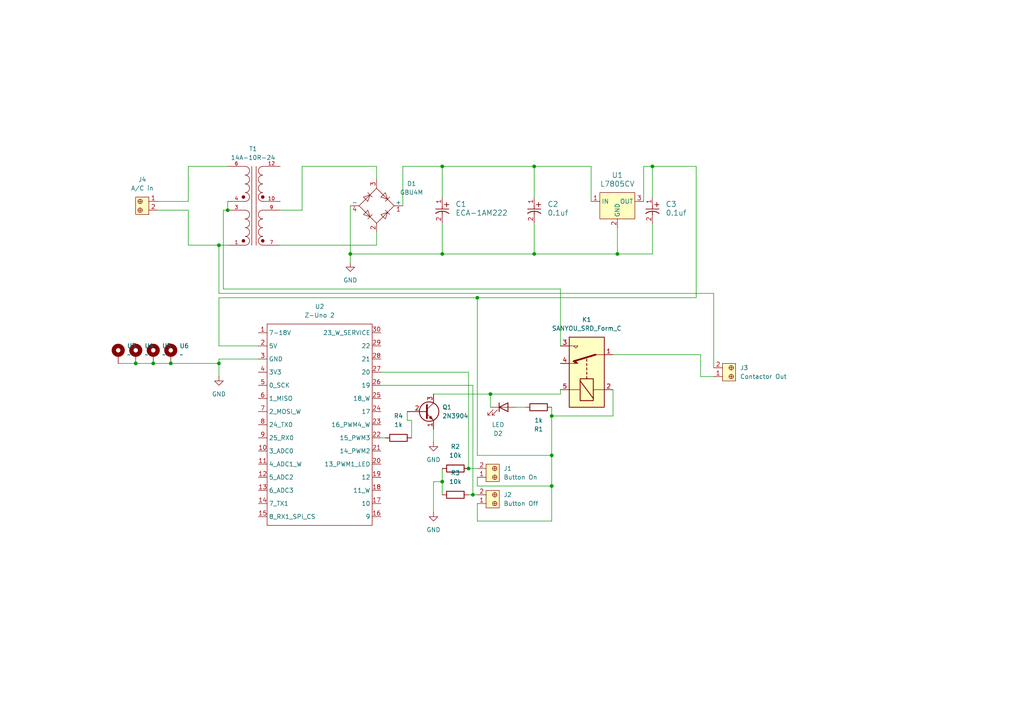
<source format=kicad_sch>
(kicad_sch (version 20231120) (generator "eeschema") (generator_version "8.0")
  (paper "A4")
  (lib_symbols
    (symbol "14A-10R-24:14A-10R-24" (pin_names (offset 1.016))
      (property "Reference" "T" (at -5.0839 11.4379 0))
      (property "Value" "14A-10R-24" (at -5.0814 -13.9727 0))
      (symbol "14A-10R-24_0_0"
        (circle (center -3.048 -11.43) (radius 0.254) (stroke (width 0.508)))
        (circle (center -3.048 1.27) (radius 0.254) (stroke (width 0.508)))
        (arc (start -2.54 -12.7) (mid -1.2755 -11.43) (end -2.54 -10.16) (stroke (width 0.1524)))
        (arc (start -2.54 -10.16) (mid -1.2755 -8.89) (end -2.54 -7.62) (stroke (width 0.1524)))
        (arc (start -2.54 -7.62) (mid -1.2755 -6.35) (end -2.54 -5.08) (stroke (width 0.1524)))
        (arc (start -2.54 -5.08) (mid -1.2755 -3.81) (end -2.54 -2.54) (stroke (width 0.1524)))
        (arc (start -2.54 0) (mid -1.2755 1.27) (end -2.54 2.54) (stroke (width 0.1524)))
        (arc (start -2.54 2.54) (mid -1.2755 3.81) (end -2.54 5.08) (stroke (width 0.1524)))
        (arc (start -2.54 5.08) (mid -1.2755 6.35) (end -2.54 7.62) (stroke (width 0.1524)))
        (arc (start -2.54 7.62) (mid -1.2755 8.89) (end -2.54 10.16) (stroke (width 0.1524)))
        (polyline (pts (xy -0.635 10.16) (xy -0.635 -12.7)) (stroke (width 0.1524)))
        (polyline (pts (xy 0.635 10.16) (xy 0.635 -12.7)) (stroke (width 0.1524)))
        (circle (center 2.54 -11.43) (radius 0.254) (stroke (width 0.508)))
        (arc (start 2.54 -10.16) (mid 1.2755 -11.43) (end 2.54 -12.7) (stroke (width 0.1524)))
        (arc (start 2.54 -7.62) (mid 1.2755 -8.89) (end 2.54 -10.16) (stroke (width 0.1524)))
        (arc (start 2.54 -5.08) (mid 1.2755 -6.35) (end 2.54 -7.62) (stroke (width 0.1524)))
        (arc (start 2.54 -2.54) (mid 1.2755 -3.81) (end 2.54 -5.08) (stroke (width 0.1524)))
        (circle (center 2.54 1.27) (radius 0.254) (stroke (width 0.508)))
        (arc (start 2.54 2.54) (mid 1.2755 1.27) (end 2.54 0) (stroke (width 0.1524)))
        (arc (start 2.54 5.08) (mid 1.2755 3.81) (end 2.54 2.54) (stroke (width 0.1524)))
        (arc (start 2.54 7.62) (mid 1.2755 6.35) (end 2.54 5.08) (stroke (width 0.1524)))
        (arc (start 2.54 10.16) (mid 1.2755 8.89) (end 2.54 7.62) (stroke (width 0.1524)))
        (pin passive line (at -7.62 -12.7 0) (length 5.08) (name "~") (number "1"))
        (pin passive line (at 7.62 0 180) (length 5.08) (name "~") (number "10"))
        (pin passive line (at 7.62 10.16 180) (length 5.08) (name "~") (number "12"))
        (pin passive line (at -7.62 -2.54 0) (length 5.08) (name "~") (number "3"))
        (pin passive line (at -7.62 0 0) (length 5.08) (name "~") (number "4"))
        (pin passive line (at -7.62 10.16 0) (length 5.08) (name "~") (number "6"))
        (pin passive line (at 7.62 -12.7 180) (length 5.08) (name "~") (number "7"))
        (pin passive line (at 7.62 -2.54 180) (length 5.08) (name "~") (number "9"))
      )
    )
    (symbol "C322C104M5U5TA:C322C104M5U5TA" (pin_names (offset 0.254))
      (property "Reference" "C" (at 3.81 3.81 0))
      (property "Value" "C322C104M5U5TA" (at 3.81 -3.81 0))
      (symbol "C322C104M5U5TA_1_1"
        (polyline (pts (xy 1.5748 1.27) (xy 2.8448 1.27)) (stroke (width 0.2032)))
        (polyline (pts (xy 2.2098 0.635) (xy 2.2098 1.905)) (stroke (width 0.2032)))
        (polyline (pts (xy 2.54 0) (xy 3.4798 0)) (stroke (width 0.2032)))
        (polyline (pts (xy 3.4798 -1.905) (xy 3.4798 1.905)) (stroke (width 0.2032)))
        (polyline (pts (xy 4.1148 0) (xy 5.08 0)) (stroke (width 0.2032)))
        (arc (start 4.7541 1.9108) (mid 4.1148 0) (end 4.7541 -1.9108) (stroke (width 0.254)))
        (pin unspecified line (at 0 0 0) (length 2.54) (name "") (number "1"))
        (pin unspecified line (at 7.62 0 180) (length 2.54) (name "") (number "2"))
      )
      (symbol "C322C104M5U5TA_1_2"
        (polyline (pts (xy -1.905 -3.4798) (xy 1.905 -3.4798)) (stroke (width 0.2032)))
        (polyline (pts (xy 0 -4.1148) (xy 0 -5.08)) (stroke (width 0.2032)))
        (polyline (pts (xy 0 -2.54) (xy 0 -3.4798)) (stroke (width 0.2032)))
        (polyline (pts (xy 0.635 -2.2098) (xy 1.905 -2.2098)) (stroke (width 0.2032)))
        (polyline (pts (xy 1.27 -1.5748) (xy 1.27 -2.8448)) (stroke (width 0.2032)))
        (arc (start 1.9108 -4.7541) (mid 0 -4.1148) (end -1.9108 -4.7541) (stroke (width 0.254)))
        (pin unspecified line (at 0 -7.62 90) (length 2.54) (name "") (number "1"))
        (pin unspecified line (at 0 0 270) (length 2.54) (name "") (number "2"))
      )
    )
    (symbol "Device:LED" (pin_numbers hide) (pin_names (offset 1.016) hide)
      (property "Reference" "D" (at 0 2.54 0))
      (property "Value" "LED" (at 0 -2.54 0))
      (symbol "LED_0_1"
        (polyline (pts (xy -1.27 -1.27) (xy -1.27 1.27)) (stroke (width 0.254)))
        (polyline (pts (xy -1.27 0) (xy 1.27 0)))
        (polyline (pts (xy 1.27 -1.27) (xy 1.27 1.27) (xy -1.27 0) (xy 1.27 -1.27)) (stroke (width 0.254)))
        (polyline (pts (xy -3.048 -0.762) (xy -4.572 -2.286) (xy -3.81 -2.286) (xy -4.572 -2.286) (xy -4.572 -1.524)))
        (polyline (pts (xy -1.778 -0.762) (xy -3.302 -2.286) (xy -2.54 -2.286) (xy -3.302 -2.286) (xy -3.302 -1.524)))
      )
      (symbol "LED_1_1"
        (pin passive line (at -3.81 0 0) (length 2.54) (name "K") (number "1"))
        (pin passive line (at 3.81 0 180) (length 2.54) (name "A") (number "2"))
      )
    )
    (symbol "Device:R" (pin_numbers hide) (pin_names (offset 0))
      (property "Reference" "R" (at 2.032 0 90))
      (property "Value" "R" (at 0 0 90))
      (symbol "R_0_1"
        (rectangle (start -1.016 -2.54) (end 1.016 2.54) (stroke (width 0.254)))
      )
      (symbol "R_1_1"
        (pin passive line (at 0 3.81 270) (length 1.27) (name "~") (number "1"))
        (pin passive line (at 0 -3.81 90) (length 1.27) (name "~") (number "2"))
      )
    )
    (symbol "Diode_Bridge:GBU4M" (pin_names (offset 0))
      (property "Reference" "D" (at 2.54 6.985 0))
      (property "Value" "GBU4M" (at 2.54 5.08 0))
      (symbol "GBU4M_0_1"
        (polyline (pts (xy -2.54 3.81) (xy -1.27 2.54)))
        (polyline (pts (xy -1.27 -2.54) (xy -2.54 -3.81)))
        (polyline (pts (xy 2.54 -1.27) (xy 3.81 -2.54)))
        (polyline (pts (xy 2.54 1.27) (xy 3.81 2.54)))
        (polyline (pts (xy -3.81 2.54) (xy -2.54 1.27) (xy -1.905 3.175) (xy -3.81 2.54)))
        (polyline (pts (xy -2.54 -1.27) (xy -3.81 -2.54) (xy -1.905 -3.175) (xy -2.54 -1.27)))
        (polyline (pts (xy 1.27 2.54) (xy 2.54 3.81) (xy 3.175 1.905) (xy 1.27 2.54)))
        (polyline (pts (xy 3.175 -1.905) (xy 1.27 -2.54) (xy 2.54 -3.81) (xy 3.175 -1.905)))
        (polyline (pts (xy -5.08 0) (xy 0 -5.08) (xy 5.08 0) (xy 0 5.08) (xy -5.08 0)))
      )
      (symbol "GBU4M_1_1"
        (pin passive line (at 7.62 0 180) (length 2.54) (name "+") (number "1"))
        (pin passive line (at 0 -7.62 90) (length 2.54) (name "~") (number "2"))
        (pin passive line (at 0 7.62 270) (length 2.54) (name "~") (number "3"))
        (pin passive line (at -7.62 0 0) (length 2.54) (name "-") (number "4"))
      )
    )
    (symbol "ECA_1AM222:ECA-1AM222" (pin_names (offset 0.254))
      (property "Reference" "C" (at 3.81 3.81 0))
      (property "Value" "ECA-1AM222" (at 3.81 -3.81 0))
      (symbol "ECA-1AM222_1_1"
        (polyline (pts (xy 1.5748 1.27) (xy 2.8448 1.27)) (stroke (width 0.2032)))
        (polyline (pts (xy 2.2098 0.635) (xy 2.2098 1.905)) (stroke (width 0.2032)))
        (polyline (pts (xy 2.54 0) (xy 3.4798 0)) (stroke (width 0.2032)))
        (polyline (pts (xy 3.4798 -1.905) (xy 3.4798 1.905)) (stroke (width 0.2032)))
        (polyline (pts (xy 4.1148 0) (xy 5.08 0)) (stroke (width 0.2032)))
        (arc (start 4.7541 1.9108) (mid 4.1148 0) (end 4.7541 -1.9108) (stroke (width 0.254)))
        (pin unspecified line (at 0 0 0) (length 2.54) (name "") (number "1"))
        (pin unspecified line (at 7.62 0 180) (length 2.54) (name "") (number "2"))
      )
      (symbol "ECA-1AM222_1_2"
        (polyline (pts (xy -1.905 -3.4798) (xy 1.905 -3.4798)) (stroke (width 0.2032)))
        (polyline (pts (xy 0 -4.1148) (xy 0 -5.08)) (stroke (width 0.2032)))
        (polyline (pts (xy 0 -2.54) (xy 0 -3.4798)) (stroke (width 0.2032)))
        (polyline (pts (xy 0.635 -2.2098) (xy 1.905 -2.2098)) (stroke (width 0.2032)))
        (polyline (pts (xy 1.27 -1.5748) (xy 1.27 -2.8448)) (stroke (width 0.2032)))
        (arc (start 1.9108 -4.7541) (mid 0 -4.1148) (end -1.9108 -4.7541) (stroke (width 0.254)))
        (pin unspecified line (at 0 0 270) (length 2.54) (name "1") (number "1"))
        (pin unspecified line (at 0 -7.62 90) (length 2.54) (name "2") (number "2"))
      )
    )
    (symbol "Mechanical:MountingHole_Pad" (pin_numbers hide) (pin_names (offset 1.016) hide) (exclude_from_sim yes) (in_bom no)
      (property "Reference" "H" (at 0 6.35 0))
      (property "Value" "MountingHole_Pad" (at 0 4.445 0))
      (symbol "MountingHole_Pad_0_1"
        (circle (center 0 1.27) (radius 1.27) (stroke (width 1.27)))
      )
      (symbol "MountingHole_Pad_1_1"
        (pin input line (at 0 -2.54 90) (length 2.54) (name "1") (number "1"))
      )
    )
    (symbol "PCM_Z-Uno:Z-Uno 2"
      (property "Reference" "U" (at 0 33.02 0))
      (property "Value" "Z-Uno 2" (at 0 30.48 0))
      (symbol "Z-Uno 2_0_1"
        (rectangle (start -15.24 29.21) (end 15.24 -29.21))
      )
      (symbol "Z-Uno 2_1_1"
        (pin passive line (at -17.78 26.67 0) (length 2.54) (name "7-18V") (number "1"))
        (pin bidirectional line (at -17.78 -7.62 0) (length 2.54) (name "3_ADC0") (number "10"))
        (pin bidirectional line (at -17.78 -11.43 0) (length 2.54) (name "4_ADC1_W") (number "11"))
        (pin bidirectional line (at -17.78 -15.24 0) (length 2.54) (name "5_ADC2") (number "12"))
        (pin bidirectional line (at -17.78 -19.05 0) (length 2.54) (name "6_ADC3") (number "13"))
        (pin bidirectional line (at -17.78 -22.86 0) (length 2.54) (name "7_TX1") (number "14"))
        (pin bidirectional line (at -17.78 -26.67 0) (length 2.54) (name "8_RX1_SPI_CS") (number "15"))
        (pin bidirectional line (at 17.78 -26.67 180) (length 2.54) (name "9") (number "16"))
        (pin bidirectional line (at 17.78 -22.86 180) (length 2.54) (name "10") (number "17"))
        (pin bidirectional line (at 17.78 -19.05 180) (length 2.54) (name "11_W") (number "18"))
        (pin bidirectional line (at 17.78 -15.24 180) (length 2.54) (name "12") (number "19"))
        (pin passive line (at -17.78 22.86 0) (length 2.54) (name "5V") (number "2"))
        (pin bidirectional line (at 17.78 -11.43 180) (length 2.54) (name "13_PWM1_LED") (number "20"))
        (pin bidirectional line (at 17.78 -7.62 180) (length 2.54) (name "14_PWM2") (number "21"))
        (pin bidirectional line (at 17.78 -3.81 180) (length 2.54) (name "15_PWM3") (number "22"))
        (pin bidirectional line (at 17.78 0 180) (length 2.54) (name "16_PWM4_W") (number "23"))
        (pin bidirectional line (at 17.78 3.81 180) (length 2.54) (name "17") (number "24"))
        (pin bidirectional line (at 17.78 7.62 180) (length 2.54) (name "18_W") (number "25"))
        (pin bidirectional line (at 17.78 11.43 180) (length 2.54) (name "19") (number "26"))
        (pin bidirectional line (at 17.78 15.24 180) (length 2.54) (name "20") (number "27"))
        (pin bidirectional line (at 17.78 19.05 180) (length 2.54) (name "21") (number "28"))
        (pin bidirectional line (at 17.78 22.86 180) (length 2.54) (name "22") (number "29"))
        (pin passive line (at -17.78 19.05 0) (length 2.54) (name "GND") (number "3"))
        (pin bidirectional line (at 17.78 26.67 180) (length 2.54) (name "23_W_SERVICE") (number "30"))
        (pin passive line (at -17.78 15.24 0) (length 2.54) (name "3V3") (number "4"))
        (pin bidirectional line (at -17.78 11.43 0) (length 2.54) (name "0_SCK") (number "5"))
        (pin bidirectional line (at -17.78 7.62 0) (length 2.54) (name "1_MISO") (number "6"))
        (pin bidirectional line (at -17.78 3.81 0) (length 2.54) (name "2_MOSI_W") (number "7"))
        (pin bidirectional line (at -17.78 0 0) (length 2.54) (name "24_TX0") (number "8"))
        (pin bidirectional line (at -17.78 -3.81 0) (length 2.54) (name "25_RX0") (number "9"))
      )
    )
    (symbol "Relay:SANYOU_SRD_Form_C"
      (property "Reference" "K" (at 11.43 3.81 0))
      (property "Value" "SANYOU_SRD_Form_C" (at 11.43 1.27 0))
      (symbol "SANYOU_SRD_Form_C_0_0"
        (polyline (pts (xy 7.62 5.08) (xy 7.62 2.54) (xy 6.985 3.175) (xy 7.62 3.81)))
      )
      (symbol "SANYOU_SRD_Form_C_0_1"
        (rectangle (start -10.16 5.08) (end 10.16 -5.08) (stroke (width 0.254)) (fill (type background)))
        (rectangle (start -8.255 1.905) (end -1.905 -1.905) (stroke (width 0.254)))
        (polyline (pts (xy -7.62 -1.905) (xy -2.54 1.905)) (stroke (width 0.254)))
        (polyline (pts (xy -5.08 -5.08) (xy -5.08 -1.905)))
        (polyline (pts (xy -5.08 5.08) (xy -5.08 1.905)))
        (polyline (pts (xy -1.905 0) (xy -1.27 0)) (stroke (width 0.254)))
        (polyline (pts (xy -0.635 0) (xy 0 0)) (stroke (width 0.254)))
        (polyline (pts (xy 0.635 0) (xy 1.27 0)) (stroke (width 0.254)))
        (polyline (pts (xy 1.905 0) (xy 2.54 0)) (stroke (width 0.254)))
        (polyline (pts (xy 3.175 0) (xy 3.81 0)) (stroke (width 0.254)))
        (polyline (pts (xy 5.08 -2.54) (xy 3.175 3.81)) (stroke (width 0.508)))
        (polyline (pts (xy 5.08 -2.54) (xy 5.08 -5.08)))
      )
      (symbol "SANYOU_SRD_Form_C_1_1"
        (polyline (pts (xy 2.54 3.81) (xy 3.175 3.175) (xy 2.54 2.54) (xy 2.54 5.08)) (fill (type outline)))
        (pin passive line (at 5.08 -7.62 90) (length 2.54) (name "~") (number "1"))
        (pin passive line (at -5.08 -7.62 90) (length 2.54) (name "~") (number "2"))
        (pin passive line (at 7.62 7.62 270) (length 2.54) (name "~") (number "3"))
        (pin passive line (at 2.54 7.62 270) (length 2.54) (name "~") (number "4"))
        (pin passive line (at -5.08 7.62 270) (length 2.54) (name "~") (number "5"))
      )
    )
    (symbol "Transistor_BJT:2N3904" (pin_names (offset 0) hide)
      (property "Reference" "Q" (at 5.08 1.905 0))
      (property "Value" "2N3904" (at 5.08 0 0))
      (symbol "2N3904_0_1"
        (polyline (pts (xy 0.635 0.635) (xy 2.54 2.54)))
        (polyline (pts (xy 0.635 -0.635) (xy 2.54 -2.54) (xy 2.54 -2.54)))
        (polyline (pts (xy 0.635 1.905) (xy 0.635 -1.905) (xy 0.635 -1.905)) (stroke (width 0.508)))
        (polyline (pts (xy 1.27 -1.778) (xy 1.778 -1.27) (xy 2.286 -2.286) (xy 1.27 -1.778) (xy 1.27 -1.778)) (fill (type outline)))
        (circle (center 1.27 0) (radius 2.8194) (stroke (width 0.254)))
      )
      (symbol "2N3904_1_1"
        (pin passive line (at 2.54 -5.08 90) (length 2.54) (name "E") (number "1"))
        (pin passive line (at -5.08 0 0) (length 5.715) (name "B") (number "2"))
        (pin passive line (at 2.54 5.08 270) (length 2.54) (name "C") (number "3"))
      )
    )
    (symbol "dk_PMIC-Voltage-Regulators-Linear:L7805CV"
      (property "Reference" "U" (at 0 3.81 0))
      (property "Value" "L7805CV" (at 0 6.35 0))
      (symbol "L7805CV_1_1"
        (rectangle (start -5.08 2.54) (end 5.08 -5.08) (fill (type background)))
        (pin power_in line (at -7.62 0 0) (length 2.54) (name "IN") (number "1"))
        (pin power_in line (at 0 -7.62 90) (length 2.54) (name "GND") (number "2"))
        (pin power_out line (at 7.62 0 180) (length 2.54) (name "OUT") (number "3"))
      )
    )
    (symbol "dk_Terminal-Blocks-Wire-to-Board:1935161" (pin_names (offset 1.016))
      (property "Reference" "J" (at -1.27 5.08 0))
      (property "Value" "1935161" (at 1.27 -2.54 0))
      (symbol "1935161_0_1"
        (rectangle (start -1.27 2.54) (end 3.81 -1.27) (fill (type background)))
        (polyline (pts (xy 0 0.635) (xy 0 -0.635)))
        (polyline (pts (xy 0.635 0) (xy -0.635 0)))
        (polyline (pts (xy 1.905 0) (xy 3.175 0)))
        (polyline (pts (xy 2.54 0.635) (xy 2.54 -0.635)))
        (circle (center 0 0) (radius 0.635))
        (circle (center 2.54 0) (radius 0.635))
      )
      (symbol "1935161_1_1"
        (pin passive line (at 0 5.08 270) (length 2.54) (name "~") (number "1"))
        (pin passive line (at 2.54 5.08 270) (length 2.54) (name "~") (number "2"))
      )
    )
    (symbol "power:GND" (power) (pin_numbers hide) (pin_names (offset 0) hide)
      (property "Value" "GND" (at 0 -3.81 0))
      (symbol "GND_0_1"
        (polyline (pts (xy 0 0) (xy 0 -1.27) (xy 1.27 -1.27) (xy 0 -2.54) (xy -1.27 -1.27) (xy 0 -1.27)))
      )
      (symbol "GND_1_1"
        (pin power_in line (at 0 0 270) (length 0) (name "~") (number "1"))
      )
    )
  )
  (junction (at 39.37 105.41))
  (junction (at 101.6 73.66))
  (junction (at 179.07 73.66))
  (junction (at 128.27 48.26))
  (junction (at 135.89 135.89))
  (junction (at 128.27 73.66))
  (junction (at 44.45 105.41))
  (junction (at 154.94 48.26))
  (junction (at 154.94 73.66))
  (junction (at 128.27 139.7))
  (junction (at 160.02 140.97))
  (junction (at 137.16 143.51))
  (junction (at 142.24 114.3))
  (junction (at 63.5 105.41))
  (junction (at 49.53 105.41))
  (junction (at 189.23 48.26))
  (junction (at 160.02 132.08))
  (junction (at 63.5 71.12))
  (junction (at 66.04 60.96))
  (junction (at 160.02 120.65))
  (junction (at 138.43 86.36))
  (wire (pts (xy 177.8 120.65) (xy 177.8 113.03)))
  (wire (pts (xy 54.61 71.12) (xy 54.61 60.96)))
  (wire (pts (xy 160.02 120.65) (xy 177.8 120.65)))
  (wire (pts (xy 154.94 48.26) (xy 171.45 48.26)))
  (wire (pts (xy 81.28 71.12) (xy 109.22 71.12)))
  (wire (pts (xy 54.61 60.96) (xy 45.72 60.96)))
  (wire (pts (xy 179.07 66.04) (xy 179.07 73.66)))
  (wire (pts (xy 39.37 105.41) (xy 44.45 105.41)))
  (wire (pts (xy 162.56 114.3) (xy 162.56 113.03)))
  (wire (pts (xy 152.4 118.11) (xy 149.86 118.11)))
  (wire (pts (xy 116.84 48.26) (xy 128.27 48.26)))
  (wire (pts (xy 186.69 48.26) (xy 186.69 58.42)))
  (wire (pts (xy 142.24 114.3) (xy 142.24 118.11)))
  (wire (pts (xy 189.23 48.26) (xy 201.93 48.26)))
  (wire (pts (xy 179.07 73.66) (xy 189.23 73.66)))
  (wire (pts (xy 201.93 86.36) (xy 201.93 48.26)))
  (wire (pts (xy 64.77 60.96) (xy 64.77 83.82)))
  (wire (pts (xy 118.11 119.38) (xy 118.11 121.92)))
  (wire (pts (xy 160.02 132.08) (xy 138.43 132.08)))
  (wire (pts (xy 87.63 60.96) (xy 87.63 48.26)))
  (wire (pts (xy 162.56 83.82) (xy 162.56 100.33)))
  (wire (pts (xy 54.61 71.12) (xy 63.5 71.12)))
  (wire (pts (xy 63.5 86.36) (xy 63.5 100.33)))
  (wire (pts (xy 135.89 135.89) (xy 138.43 135.89)))
  (wire (pts (xy 138.43 138.43) (xy 138.43 140.97)))
  (wire (pts (xy 207.01 85.09) (xy 63.5 85.09)))
  (wire (pts (xy 63.5 71.12) (xy 66.04 71.12)))
  (wire (pts (xy 74.93 104.14) (xy 63.5 104.14)))
  (wire (pts (xy 128.27 64.77) (xy 128.27 73.66)))
  (wire (pts (xy 160.02 118.11) (xy 160.02 120.65)))
  (wire (pts (xy 138.43 86.36) (xy 138.43 132.08)))
  (wire (pts (xy 189.23 73.66) (xy 189.23 64.77)))
  (wire (pts (xy 203.2 109.22) (xy 203.2 102.87)))
  (wire (pts (xy 137.16 111.76) (xy 137.16 143.51)))
  (wire (pts (xy 44.45 105.41) (xy 49.53 105.41)))
  (wire (pts (xy 109.22 48.26) (xy 109.22 52.07)))
  (wire (pts (xy 207.01 106.68) (xy 207.01 85.09)))
  (wire (pts (xy 54.61 48.26) (xy 54.61 58.42)))
  (wire (pts (xy 66.04 48.26) (xy 54.61 48.26)))
  (wire (pts (xy 101.6 73.66) (xy 101.6 76.2)))
  (wire (pts (xy 49.53 105.41) (xy 63.5 105.41)))
  (wire (pts (xy 63.5 85.09) (xy 63.5 71.12)))
  (wire (pts (xy 128.27 48.26) (xy 128.27 57.15)))
  (wire (pts (xy 101.6 73.66) (xy 128.27 73.66)))
  (wire (pts (xy 135.89 107.95) (xy 135.89 135.89)))
  (wire (pts (xy 137.16 111.76) (xy 110.49 111.76)))
  (wire (pts (xy 154.94 48.26) (xy 154.94 57.15)))
  (wire (pts (xy 63.5 105.41) (xy 63.5 109.22)))
  (wire (pts (xy 189.23 57.15) (xy 189.23 48.26)))
  (wire (pts (xy 109.22 67.31) (xy 109.22 71.12)))
  (wire (pts (xy 189.23 48.26) (xy 186.69 48.26)))
  (wire (pts (xy 135.89 143.51) (xy 137.16 143.51)))
  (wire (pts (xy 34.29 105.41) (xy 39.37 105.41)))
  (wire (pts (xy 128.27 73.66) (xy 154.94 73.66)))
  (wire (pts (xy 203.2 102.87) (xy 177.8 102.87)))
  (wire (pts (xy 138.43 140.97) (xy 160.02 140.97)))
  (wire (pts (xy 160.02 140.97) (xy 160.02 151.13)))
  (wire (pts (xy 138.43 146.05) (xy 138.43 151.13)))
  (wire (pts (xy 66.04 60.96) (xy 64.77 60.96)))
  (wire (pts (xy 119.38 121.92) (xy 118.11 121.92)))
  (wire (pts (xy 54.61 58.42) (xy 45.72 58.42)))
  (wire (pts (xy 154.94 64.77) (xy 154.94 73.66)))
  (wire (pts (xy 125.73 139.7) (xy 125.73 148.59)))
  (wire (pts (xy 128.27 48.26) (xy 154.94 48.26)))
  (wire (pts (xy 171.45 48.26) (xy 171.45 58.42)))
  (wire (pts (xy 119.38 127) (xy 119.38 121.92)))
  (wire (pts (xy 81.28 60.96) (xy 87.63 60.96)))
  (wire (pts (xy 63.5 104.14) (xy 63.5 105.41)))
  (wire (pts (xy 116.84 59.69) (xy 116.84 48.26)))
  (wire (pts (xy 125.73 124.46) (xy 125.73 128.27)))
  (wire (pts (xy 128.27 139.7) (xy 125.73 139.7)))
  (wire (pts (xy 66.04 58.42) (xy 66.04 60.96)))
  (wire (pts (xy 128.27 139.7) (xy 128.27 143.51)))
  (wire (pts (xy 63.5 100.33) (xy 74.93 100.33)))
  (wire (pts (xy 101.6 59.69) (xy 101.6 73.66)))
  (wire (pts (xy 64.77 83.82) (xy 162.56 83.82)))
  (wire (pts (xy 142.24 114.3) (xy 162.56 114.3)))
  (wire (pts (xy 128.27 135.89) (xy 128.27 139.7)))
  (wire (pts (xy 63.5 86.36) (xy 138.43 86.36)))
  (wire (pts (xy 160.02 132.08) (xy 160.02 140.97)))
  (wire (pts (xy 138.43 86.36) (xy 201.93 86.36)))
  (wire (pts (xy 87.63 48.26) (xy 109.22 48.26)))
  (wire (pts (xy 125.73 114.3) (xy 142.24 114.3)))
  (wire (pts (xy 138.43 151.13) (xy 160.02 151.13)))
  (wire (pts (xy 160.02 120.65) (xy 160.02 132.08)))
  (wire (pts (xy 203.2 109.22) (xy 207.01 109.22)))
  (wire (pts (xy 137.16 143.51) (xy 138.43 143.51)))
  (wire (pts (xy 110.49 107.95) (xy 135.89 107.95)))
  (wire (pts (xy 154.94 73.66) (xy 179.07 73.66)))
  (wire (pts (xy 110.49 127) (xy 111.76 127)))
  (symbol (lib_id "C322C104M5U5TA:C322C104M5U5TA") (at 154.94 57.15 270) (unit 1)
    (property "Reference" "C2" (at 158.75 59.2073 90) (effects (font (size 1.524 1.524)) (justify left)))
    (property "Value" "0.1uf" (at 158.75 61.7473 90) (effects (font (size 1.524 1.524)) (justify left)))
    (property "Footprint" "CAP_C322_KEM" (effects (hide yes)))
    (property "Datasheet" "C322C104M5U5TA" (effects (hide yes)))
  )
  (symbol (lib_id "dk_PMIC-Voltage-Regulators-Linear:L7805CV") (at 179.07 58.42 0) (unit 1)
    (property "Reference" "U1" (at 179.07 50.8 0) (effects (font (size 1.524 1.524))))
    (property "Value" "L7805CV" (at 179.07 53.34 0) (effects (font (size 1.524 1.524))))
    (property "Footprint" "digikey-footprints:TO-220-3" (effects (hide yes)))
    (property "Datasheet" "http://www.st.com/content/ccc/resource/technical/document/datasheet/41/4f/b3/b0/12/d4/47/88/CD00000444.pdf/files/CD00000444.pdf/jcr:content/translations/en.CD00000444.pdf" (effects (hide yes)))
    (property "Description" "IC REG LINEAR 5V 1.5A TO220AB" (effects (hide yes)))
    (property "Digi-Key_PN" "497-1443-5-ND" (effects (hide yes)))
    (property "MPN" "L7805CV" (effects (hide yes)))
    (property "Category" "Integrated Circuits (ICs)" (effects (hide yes)))
    (property "Family" "PMIC - Voltage Regulators - Linear" (effects (hide yes)))
    (property "DK_Datasheet_Link" "http://www.st.com/content/ccc/resource/technical/document/datasheet/41/4f/b3/b0/12/d4/47/88/CD00000444.pdf/files/CD00000444.pdf/jcr:content/translations/en.CD00000444.pdf" (effects (hide yes)))
    (property "DK_Detail_Page" "/product-detail/en/stmicroelectronics/L7805CV/497-1443-5-ND/585964" (effects (hide yes)))
    (property "Description_1" "IC REG LINEAR 5V 1.5A TO220AB" (effects (hide yes)))
    (property "Manufacturer" "STMicroelectronics" (effects (hide yes)))
    (property "Status" "Active" (effects (hide yes)))
  )
  (symbol (lib_id "Mechanical:MountingHole_Pad") (at 44.45 102.87 0) (unit 1) (exclude_from_sim yes) (in_bom no)
    (property "Reference" "U5" (at 46.99 100.3299 0) (effects (justify left)))
    (property "Value" "~" (at 46.99 102.8699 0) (effects (justify left)))
    (property "Footprint" "MountingHole:MountingHole_3.2mm_M3_ISO7380_Pad_TopBottom" (effects (hide yes)))
    (property "Description" "Mounting Hole with connection" (effects (hide yes)))
  )
  (symbol (lib_id "power:GND") (at 125.73 148.59 0) (unit 1)
    (property "Reference" "#PWR01" (effects (hide yes)))
    (property "Value" "GND" (at 125.73 153.67 0))
    (property "Description" "Power symbol creates a global label with name \"GND\" , ground" (effects (hide yes)))
  )
  (symbol (lib_id "power:GND") (at 63.5 109.22 0) (unit 1)
    (property "Reference" "#PWR04" (effects (hide yes)))
    (property "Value" "GND" (at 63.5 114.3 0))
    (property "Description" "Power symbol creates a global label with name \"GND\" , ground" (effects (hide yes)))
  )
  (symbol (lib_id "dk_Terminal-Blocks-Wire-to-Board:1935161") (at 143.51 138.43 90) (unit 1)
    (property "Reference" "J1" (at 146.05 135.8899 90) (effects (justify right)))
    (property "Value" "Button On" (at 146.05 138.4299 90) (effects (justify right)))
    (property "Footprint" "digikey-footprints:Terminal_Block_D1.3mm_P5mm" (effects (hide yes)))
    (property "Datasheet" "https://media.digikey.com/pdf/Data%20Sheets/Phoenix%20Contact%20PDFs/1935161.pdf" (effects (hide yes)))
    (property "Description" "TERM BLK 2POS SIDE ENTRY 5MM PCB" (effects (hide yes)))
    (property "Digi-Key_PN" "277-1667-ND" (effects (hide yes)))
    (property "MPN" "1935161" (effects (hide yes)))
    (property "Category" "Connectors, Interconnects" (effects (hide yes)))
    (property "Family" "Terminal Blocks - Wire to Board" (effects (hide yes)))
    (property "DK_Datasheet_Link" "https://media.digikey.com/pdf/Data%20Sheets/Phoenix%20Contact%20PDFs/1935161.pdf" (effects (hide yes)))
    (property "DK_Detail_Page" "/product-detail/en/phoenix-contact/1935161/277-1667-ND/568614" (effects (hide yes)))
    (property "Description_1" "TERM BLK 2POS SIDE ENTRY 5MM PCB" (effects (hide yes)))
    (property "Manufacturer" "Phoenix Contact" (effects (hide yes)))
    (property "Status" "Active" (effects (hide yes)))
  )
  (symbol (lib_id "Diode_Bridge:GBU4M") (at 109.22 59.69 0) (unit 1)
    (property "Reference" "D1" (at 119.38 53.2698 0))
    (property "Value" "GBU4M" (at 119.38 55.8098 0))
    (property "Footprint" "Diode_THT:Diode_Bridge_Vishay_GBU" (effects (hide yes)))
    (property "Datasheet" "http://www.vishay.com/docs/88656/gbu4a.pdf" (effects (hide yes)))
    (property "Description" "Single-Phase Bridge Rectifier, 700V Vrms, 4.0A If, GBU package" (effects (hide yes)))
  )
  (symbol (lib_id "ECA_1AM222:ECA-1AM222") (at 128.27 57.15 270) (unit 1)
    (property "Reference" "C1" (at 132.08 59.2073 90) (effects (font (size 1.524 1.524)) (justify left)))
    (property "Value" "ECA-1AM222" (at 132.08 61.7473 90) (effects (font (size 1.524 1.524)) (justify left)))
    (property "Footprint" "footprints:PCAP_10x20_PAN" (effects (hide yes)))
    (property "Datasheet" "ECA-1AM222" (effects (hide yes)))
  )
  (symbol (lib_id "dk_Terminal-Blocks-Wire-to-Board:1935161") (at 143.51 146.05 90) (unit 1)
    (property "Reference" "J2" (at 146.05 143.5099 90) (effects (justify right)))
    (property "Value" "Button Off" (at 146.05 146.0499 90) (effects (justify right)))
    (property "Footprint" "digikey-footprints:Terminal_Block_D1.3mm_P5mm" (effects (hide yes)))
    (property "Datasheet" "https://media.digikey.com/pdf/Data%20Sheets/Phoenix%20Contact%20PDFs/1935161.pdf" (effects (hide yes)))
    (property "Description" "TERM BLK 2POS SIDE ENTRY 5MM PCB" (effects (hide yes)))
    (property "Digi-Key_PN" "277-1667-ND" (effects (hide yes)))
    (property "MPN" "1935161" (effects (hide yes)))
    (property "Category" "Connectors, Interconnects" (effects (hide yes)))
    (property "Family" "Terminal Blocks - Wire to Board" (effects (hide yes)))
    (property "DK_Datasheet_Link" "https://media.digikey.com/pdf/Data%20Sheets/Phoenix%20Contact%20PDFs/1935161.pdf" (effects (hide yes)))
    (property "DK_Detail_Page" "/product-detail/en/phoenix-contact/1935161/277-1667-ND/568614" (effects (hide yes)))
    (property "Description_1" "TERM BLK 2POS SIDE ENTRY 5MM PCB" (effects (hide yes)))
    (property "Manufacturer" "Phoenix Contact" (effects (hide yes)))
    (property "Status" "Active" (effects (hide yes)))
  )
  (symbol (lib_id "Transistor_BJT:2N3904") (at 123.19 119.38 0) (unit 1)
    (property "Reference" "Q1" (at 128.27 118.1099 0) (effects (justify left)))
    (property "Value" "2N3904" (at 128.27 120.6499 0) (effects (justify left)))
    (property "Footprint" "Package_TO_SOT_THT:TO-92_Inline" (effects (hide yes)))
    (property "Datasheet" "https://www.onsemi.com/pub/Collateral/2N3903-D.PDF" (effects (hide yes)))
    (property "Description" "0.2A Ic, 40V Vce, Small Signal NPN Transistor, TO-92" (effects (hide yes)))
  )
  (symbol (lib_id "Mechanical:MountingHole_Pad") (at 39.37 102.87 0) (unit 1) (exclude_from_sim yes) (in_bom no)
    (property "Reference" "U4" (at 41.91 100.3299 0) (effects (justify left)))
    (property "Value" "~" (at 41.91 102.8699 0) (effects (justify left)))
    (property "Footprint" "MountingHole:MountingHole_3.2mm_M3_ISO7380_Pad_TopBottom" (effects (hide yes)))
    (property "Description" "Mounting Hole with connection" (effects (hide yes)))
  )
  (symbol (lib_id "power:GND") (at 101.6 76.2 0) (unit 1)
    (property "Reference" "#PWR03" (effects (hide yes)))
    (property "Value" "GND" (at 101.6 81.28 0))
    (property "Description" "Power symbol creates a global label with name \"GND\" , ground" (effects (hide yes)))
  )
  (symbol (lib_id "Device:R") (at 156.21 118.11 270) (unit 1)
    (property "Reference" "R1" (at 156.21 124.46 90))
    (property "Value" "1k" (at 156.21 121.92 90))
    (property "Footprint" "Resistor_THT:R_Axial_DIN0414_L11.9mm_D4.5mm_P20.32mm_Horizontal" (effects (hide yes)))
    (property "Description" "Resistor" (effects (hide yes)))
  )
  (symbol (lib_id "dk_Terminal-Blocks-Wire-to-Board:1935161") (at 212.09 109.22 90) (unit 1)
    (property "Reference" "J3" (at 214.63 106.6799 90) (effects (justify right)))
    (property "Value" "Contactor Out" (at 214.63 109.2199 90) (effects (justify right)))
    (property "Footprint" "digikey-footprints:Terminal_Block_D1.3mm_P5mm" (effects (hide yes)))
    (property "Datasheet" "https://media.digikey.com/pdf/Data%20Sheets/Phoenix%20Contact%20PDFs/1935161.pdf" (effects (hide yes)))
    (property "Description" "TERM BLK 2POS SIDE ENTRY 5MM PCB" (effects (hide yes)))
    (property "Digi-Key_PN" "277-1667-ND" (effects (hide yes)))
    (property "MPN" "1935161" (effects (hide yes)))
    (property "Category" "Connectors, Interconnects" (effects (hide yes)))
    (property "Family" "Terminal Blocks - Wire to Board" (effects (hide yes)))
    (property "DK_Datasheet_Link" "https://media.digikey.com/pdf/Data%20Sheets/Phoenix%20Contact%20PDFs/1935161.pdf" (effects (hide yes)))
    (property "DK_Detail_Page" "/product-detail/en/phoenix-contact/1935161/277-1667-ND/568614" (effects (hide yes)))
    (property "Description_1" "TERM BLK 2POS SIDE ENTRY 5MM PCB" (effects (hide yes)))
    (property "Manufacturer" "Phoenix Contact" (effects (hide yes)))
    (property "Status" "Active" (effects (hide yes)))
  )
  (symbol (lib_id "Device:LED") (at 146.05 118.11 0) (unit 1)
    (property "Reference" "D2" (at 144.4625 125.73 0))
    (property "Value" "LED" (at 144.4625 123.19 0))
    (property "Footprint" "LED_THT:LED_D3.0mm" (effects (hide yes)))
    (property "Description" "Light emitting diode" (effects (hide yes)))
  )
  (symbol (lib_id "Device:R") (at 132.08 143.51 90) (unit 1)
    (property "Reference" "R3" (at 132.08 137.16 90))
    (property "Value" "10k" (at 132.08 139.7 90))
    (property "Footprint" "Resistor_THT:R_Axial_DIN0414_L11.9mm_D4.5mm_P20.32mm_Horizontal" (effects (hide yes)))
    (property "Description" "Resistor" (effects (hide yes)))
  )
  (symbol (lib_id "Relay:SANYOU_SRD_Form_C") (at 170.18 107.95 90) (unit 1)
    (property "Reference" "K1" (at 170.18 92.71 90))
    (property "Value" "SANYOU_SRD_Form_C" (at 170.18 95.25 90))
    (property "Footprint" "Relay_THT:Relay_SPDT_SANYOU_SRD_Series_Form_C" (effects (hide yes)))
    (property "Datasheet" "http://www.sanyourelay.ca/public/products/pdf/SRD.pdf" (effects (hide yes)))
    (property "Description" "Sanyo SRD relay, Single Pole Miniature Power Relay," (effects (hide yes)))
  )
  (symbol (lib_id "power:GND") (at 125.73 128.27 0) (unit 1)
    (property "Reference" "#PWR02" (effects (hide yes)))
    (property "Value" "GND" (at 125.73 133.35 0))
    (property "Description" "Power symbol creates a global label with name \"GND\" , ground" (effects (hide yes)))
  )
  (symbol (lib_id "Device:R") (at 132.08 135.89 90) (unit 1)
    (property "Reference" "R2" (at 132.08 129.54 90))
    (property "Value" "10k" (at 132.08 132.08 90))
    (property "Footprint" "Resistor_THT:R_Axial_DIN0414_L11.9mm_D4.5mm_P20.32mm_Horizontal" (effects (hide yes)))
    (property "Description" "Resistor" (effects (hide yes)))
  )
  (symbol (lib_id "14A-10R-24:14A-10R-24") (at 73.66 58.42 0) (unit 1)
    (property "Reference" "T1" (at 73.406 43.18 0))
    (property "Value" "14A-10R-24" (at 73.406 45.72 0))
    (property "Footprint" "footprints:XFMR_14A-10R-24" (effects (hide yes)))
    (property "PARTREV" "12.19" (effects (hide yes)))
    (property "STANDARD" "Manufacturer Recommendations" (effects (hide yes)))
    (property "MAXIMUM_PACKAGE_HEIGHT" "34.9mm" (effects (hide yes)))
    (property "MANUFACTURER" "Signal" (effects (hide yes)))
  )
  (symbol (lib_id "dk_Terminal-Blocks-Wire-to-Board:1935161") (at 40.64 58.42 270) (unit 1)
    (property "Reference" "J4" (at 41.275 52.07 90))
    (property "Value" "A/C in" (at 41.275 54.61 90))
    (property "Footprint" "digikey-footprints:Terminal_Block_D1.3mm_P5mm" (effects (hide yes)))
    (property "Datasheet" "https://media.digikey.com/pdf/Data%20Sheets/Phoenix%20Contact%20PDFs/1935161.pdf" (effects (hide yes)))
    (property "Description" "TERM BLK 2POS SIDE ENTRY 5MM PCB" (effects (hide yes)))
    (property "Digi-Key_PN" "277-1667-ND" (effects (hide yes)))
    (property "MPN" "1935161" (effects (hide yes)))
    (property "Category" "Connectors, Interconnects" (effects (hide yes)))
    (property "Family" "Terminal Blocks - Wire to Board" (effects (hide yes)))
    (property "DK_Datasheet_Link" "https://media.digikey.com/pdf/Data%20Sheets/Phoenix%20Contact%20PDFs/1935161.pdf" (effects (hide yes)))
    (property "DK_Detail_Page" "/product-detail/en/phoenix-contact/1935161/277-1667-ND/568614" (effects (hide yes)))
    (property "Description_1" "TERM BLK 2POS SIDE ENTRY 5MM PCB" (effects (hide yes)))
    (property "Manufacturer" "Phoenix Contact" (effects (hide yes)))
    (property "Status" "Active" (effects (hide yes)))
  )
  (symbol (lib_id "Device:R") (at 115.57 127 90) (unit 1)
    (property "Reference" "R4" (at 115.57 120.65 90))
    (property "Value" "1k" (at 115.57 123.19 90))
    (property "Footprint" "Resistor_THT:R_Axial_DIN0414_L11.9mm_D4.5mm_P20.32mm_Horizontal" (effects (hide yes)))
    (property "Description" "Resistor" (effects (hide yes)))
  )
  (symbol (lib_id "Mechanical:MountingHole_Pad") (at 34.29 102.87 0) (unit 1) (exclude_from_sim yes) (in_bom no)
    (property "Reference" "U3" (at 36.83 100.3299 0) (effects (justify left)))
    (property "Value" "~" (at 36.83 102.8699 0) (effects (justify left)))
    (property "Footprint" "MountingHole:MountingHole_3.2mm_M3_ISO7380_Pad_TopBottom" (effects (hide yes)))
    (property "Description" "Mounting Hole with connection" (effects (hide yes)))
  )
  (symbol (lib_id "Mechanical:MountingHole_Pad") (at 49.53 102.87 0) (unit 1) (exclude_from_sim yes) (in_bom no)
    (property "Reference" "U6" (at 52.07 100.3299 0) (effects (justify left)))
    (property "Value" "~" (at 52.07 102.8699 0) (effects (justify left)))
    (property "Footprint" "MountingHole:MountingHole_3.2mm_M3_ISO7380_Pad_TopBottom" (effects (hide yes)))
    (property "Description" "Mounting Hole with connection" (effects (hide yes)))
  )
  (symbol (lib_id "PCM_Z-Uno:Z-Uno 2") (at 92.71 123.19 0) (unit 1)
    (property "Reference" "U2" (at 92.71 88.9 0))
    (property "Value" "Z-Uno 2" (at 92.71 91.44 0))
    (property "Footprint" "PCM_Z-Uno:DIP-30_W17.78mm" (effects (hide yes)))
    (property "Datasheet" "https://z-uno.z-wave.me/technical/" (effects (hide yes)))
  )
  (symbol (lib_id "C322C104M5U5TA:C322C104M5U5TA") (at 189.23 57.15 270) (unit 1)
    (property "Reference" "C3" (at 193.04 59.2073 90) (effects (font (size 1.524 1.524)) (justify left)))
    (property "Value" "0.1uf" (at 193.04 61.7473 90) (effects (font (size 1.524 1.524)) (justify left)))
    (property "Footprint" "CAP_C322_KEM" (effects (hide yes)))
    (property "Datasheet" "C322C104M5U5TA" (effects (hide yes)))
  )
)
</source>
